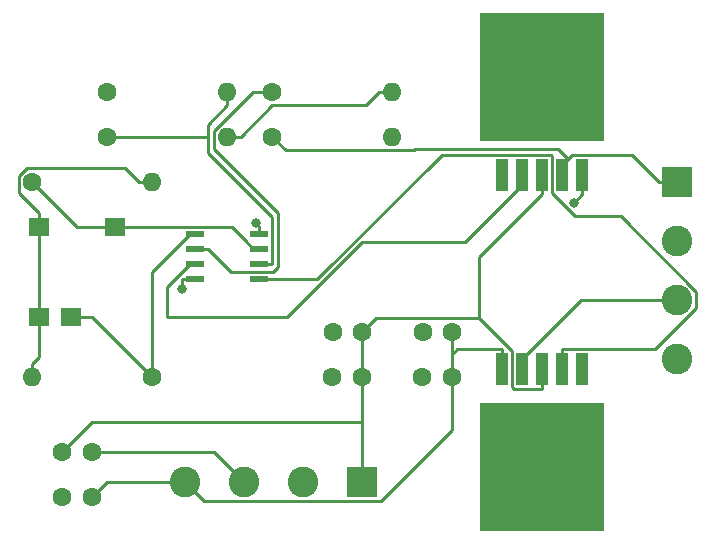
<source format=gbr>
G04 #@! TF.GenerationSoftware,KiCad,Pcbnew,(5.0.2)-1*
G04 #@! TF.CreationDate,2019-03-18T20:08:10-07:00*
G04 #@! TF.ProjectId,speaker,73706561-6b65-4722-9e6b-696361645f70,rev?*
G04 #@! TF.SameCoordinates,Original*
G04 #@! TF.FileFunction,Copper,L1,Top*
G04 #@! TF.FilePolarity,Positive*
%FSLAX46Y46*%
G04 Gerber Fmt 4.6, Leading zero omitted, Abs format (unit mm)*
G04 Created by KiCad (PCBNEW (5.0.2)-1) date 3/18/2019 8:08:10 PM*
%MOMM*%
%LPD*%
G01*
G04 APERTURE LIST*
G04 #@! TA.AperFunction,ComponentPad*
%ADD10C,2.600000*%
G04 #@! TD*
G04 #@! TA.AperFunction,ComponentPad*
%ADD11R,2.600000X2.600000*%
G04 #@! TD*
G04 #@! TA.AperFunction,ComponentPad*
%ADD12C,1.600000*%
G04 #@! TD*
G04 #@! TA.AperFunction,SMDPad,CuDef*
%ADD13R,1.800000X1.650000*%
G04 #@! TD*
G04 #@! TA.AperFunction,ComponentPad*
%ADD14O,1.600000X1.600000*%
G04 #@! TD*
G04 #@! TA.AperFunction,SMDPad,CuDef*
%ADD15R,1.549400X0.609600*%
G04 #@! TD*
G04 #@! TA.AperFunction,SMDPad,CuDef*
%ADD16R,10.464800X10.871200*%
G04 #@! TD*
G04 #@! TA.AperFunction,SMDPad,CuDef*
%ADD17R,1.016000X2.692400*%
G04 #@! TD*
G04 #@! TA.AperFunction,ViaPad*
%ADD18C,0.800000*%
G04 #@! TD*
G04 #@! TA.AperFunction,Conductor*
%ADD19C,0.250000*%
G04 #@! TD*
G04 APERTURE END LIST*
D10*
G04 #@! TO.P,AudioOut1,4*
G04 #@! TO.N,GND*
X205740000Y-105170000D03*
G04 #@! TO.P,AudioOut1,3*
G04 #@! TO.N,Net-(AudioOut1-Pad3)*
X205740000Y-100170000D03*
G04 #@! TO.P,AudioOut1,2*
G04 #@! TO.N,GND*
X205740000Y-95170000D03*
D11*
G04 #@! TO.P,AudioOut1,1*
G04 #@! TO.N,Net-(AudioOut1-Pad1)*
X205740000Y-90170000D03*
G04 #@! TD*
D12*
G04 #@! TO.P,C1,2*
G04 #@! TO.N,GND*
X176570000Y-102870000D03*
G04 #@! TO.P,C1,1*
G04 #@! TO.N,/-9v*
X179070000Y-102870000D03*
G04 #@! TD*
G04 #@! TO.P,C2,1*
G04 #@! TO.N,GND*
X176530000Y-106680000D03*
G04 #@! TO.P,C2,2*
G04 #@! TO.N,/-9v*
X179030000Y-106680000D03*
G04 #@! TD*
G04 #@! TO.P,C3,1*
G04 #@! TO.N,/10v*
X186690000Y-102870000D03*
G04 #@! TO.P,C3,2*
G04 #@! TO.N,GND*
X184190000Y-102870000D03*
G04 #@! TD*
G04 #@! TO.P,C4,2*
G04 #@! TO.N,/10v*
X186650000Y-106680000D03*
G04 #@! TO.P,C4,1*
G04 #@! TO.N,GND*
X184150000Y-106680000D03*
G04 #@! TD*
D13*
G04 #@! TO.P,J1,4*
G04 #@! TO.N,GND*
X151690000Y-93965000D03*
G04 #@! TO.P,J1,2*
G04 #@! TO.N,/Raudio*
X158140000Y-93965000D03*
G04 #@! TO.P,J1,1*
G04 #@! TO.N,GND*
X151690000Y-101615000D03*
G04 #@! TO.P,J1,3*
G04 #@! TO.N,/LAudio*
X154440000Y-101615000D03*
G04 #@! TD*
D11*
G04 #@! TO.P,PowerIn1,1*
G04 #@! TO.N,/-9v*
X179070000Y-115570000D03*
D10*
G04 #@! TO.P,PowerIn1,2*
G04 #@! TO.N,GND*
X174070000Y-115570000D03*
G04 #@! TO.P,PowerIn1,3*
X169070000Y-115570000D03*
G04 #@! TO.P,PowerIn1,4*
G04 #@! TO.N,/10v*
X164070000Y-115570000D03*
G04 #@! TD*
D14*
G04 #@! TO.P,R1,2*
G04 #@! TO.N,GND*
X167640000Y-86360000D03*
D12*
G04 #@! TO.P,R1,1*
G04 #@! TO.N,Net-(R1-Pad1)*
X157480000Y-86360000D03*
G04 #@! TD*
G04 #@! TO.P,R2,1*
G04 #@! TO.N,Net-(AudioOut1-Pad3)*
X157480000Y-82550000D03*
D14*
G04 #@! TO.P,R2,2*
G04 #@! TO.N,Net-(R1-Pad1)*
X167640000Y-82550000D03*
G04 #@! TD*
D12*
G04 #@! TO.P,R3,1*
G04 #@! TO.N,Net-(R3-Pad1)*
X171450000Y-82550000D03*
D14*
G04 #@! TO.P,R3,2*
G04 #@! TO.N,GND*
X181610000Y-82550000D03*
G04 #@! TD*
G04 #@! TO.P,R4,2*
G04 #@! TO.N,Net-(R3-Pad1)*
X181610000Y-86360000D03*
D12*
G04 #@! TO.P,R4,1*
G04 #@! TO.N,Net-(AudioOut1-Pad1)*
X171450000Y-86360000D03*
G04 #@! TD*
D15*
G04 #@! TO.P,U1,1*
G04 #@! TO.N,Net-(U1-Pad1)*
X170340000Y-98425000D03*
G04 #@! TO.P,U1,2*
G04 #@! TO.N,Net-(R1-Pad1)*
X170340000Y-97155000D03*
G04 #@! TO.P,U1,3*
G04 #@! TO.N,/Raudio*
X170340000Y-95885000D03*
G04 #@! TO.P,U1,4*
G04 #@! TO.N,/-9v*
X170340000Y-94615000D03*
G04 #@! TO.P,U1,5*
G04 #@! TO.N,/LAudio*
X164940000Y-94615000D03*
G04 #@! TO.P,U1,6*
G04 #@! TO.N,Net-(R3-Pad1)*
X164940000Y-95885000D03*
G04 #@! TO.P,U1,7*
G04 #@! TO.N,Net-(U1-Pad7)*
X164940000Y-97155000D03*
G04 #@! TO.P,U1,8*
G04 #@! TO.N,/10v*
X164940000Y-98425000D03*
G04 #@! TD*
D16*
G04 #@! TO.P,U2,6*
G04 #@! TO.N,Net-(U2-Pad6)*
X194310000Y-114300000D03*
D17*
G04 #@! TO.P,U2,5*
G04 #@! TO.N,/10v*
X190906400Y-106019600D03*
G04 #@! TO.P,U2,4*
G04 #@! TO.N,Net-(AudioOut1-Pad3)*
X192608200Y-106019600D03*
G04 #@! TO.P,U2,3*
G04 #@! TO.N,/-9v*
X194310000Y-106019600D03*
G04 #@! TO.P,U2,2*
G04 #@! TO.N,Net-(U1-Pad1)*
X196011800Y-106019600D03*
G04 #@! TO.P,U2,1*
G04 #@! TO.N,Net-(U2-Pad1)*
X197713600Y-106019600D03*
G04 #@! TD*
G04 #@! TO.P,U3,1*
G04 #@! TO.N,Net-(U3-Pad1)*
X190906400Y-89560400D03*
G04 #@! TO.P,U3,2*
G04 #@! TO.N,Net-(U1-Pad7)*
X192608200Y-89560400D03*
G04 #@! TO.P,U3,3*
G04 #@! TO.N,/-9v*
X194310000Y-89560400D03*
G04 #@! TO.P,U3,4*
G04 #@! TO.N,Net-(AudioOut1-Pad1)*
X196011800Y-89560400D03*
G04 #@! TO.P,U3,5*
G04 #@! TO.N,/10v*
X197713600Y-89560400D03*
D16*
G04 #@! TO.P,U3,6*
G04 #@! TO.N,Net-(U3-Pad6)*
X194310000Y-81280000D03*
G04 #@! TD*
D12*
G04 #@! TO.P,C5,1*
G04 #@! TO.N,/-9v*
X153670000Y-113030000D03*
G04 #@! TO.P,C5,2*
G04 #@! TO.N,GND*
X156170000Y-113030000D03*
G04 #@! TD*
G04 #@! TO.P,C6,2*
G04 #@! TO.N,/10v*
X156170000Y-116840000D03*
G04 #@! TO.P,C6,1*
G04 #@! TO.N,GND*
X153670000Y-116840000D03*
G04 #@! TD*
D14*
G04 #@! TO.P,R5,2*
G04 #@! TO.N,GND*
X151130000Y-106680000D03*
D12*
G04 #@! TO.P,R5,1*
G04 #@! TO.N,/LAudio*
X161290000Y-106680000D03*
G04 #@! TD*
G04 #@! TO.P,R6,1*
G04 #@! TO.N,/Raudio*
X151130000Y-90170000D03*
D14*
G04 #@! TO.P,R6,2*
G04 #@! TO.N,GND*
X161290000Y-90170000D03*
G04 #@! TD*
D18*
G04 #@! TO.N,/-9v*
X170096500Y-93693600D03*
G04 #@! TO.N,/10v*
X196990400Y-91954800D03*
X163840000Y-99280100D03*
G04 #@! TD*
D19*
G04 #@! TO.N,GND*
X156170000Y-113030000D02*
X166530000Y-113030000D01*
X166530000Y-113030000D02*
X169070000Y-115570000D01*
X181610000Y-82550000D02*
X180484700Y-82550000D01*
X167640000Y-86360000D02*
X168765300Y-86360000D01*
X168765300Y-86360000D02*
X171450000Y-83675300D01*
X171450000Y-83675300D02*
X179359400Y-83675300D01*
X179359400Y-83675300D02*
X180484700Y-82550000D01*
X151690000Y-93965000D02*
X151690000Y-92814700D01*
X161290000Y-90170000D02*
X160164700Y-90170000D01*
X160164700Y-90170000D02*
X159003600Y-89008900D01*
X159003600Y-89008900D02*
X150671100Y-89008900D01*
X150671100Y-89008900D02*
X149969600Y-89710400D01*
X149969600Y-89710400D02*
X149969600Y-91094300D01*
X149969600Y-91094300D02*
X151690000Y-92814700D01*
X151690000Y-93965000D02*
X151690000Y-101615000D01*
X151130000Y-106680000D02*
X151130000Y-105554700D01*
X151690000Y-101615000D02*
X151690000Y-104994700D01*
X151690000Y-104994700D02*
X151130000Y-105554700D01*
G04 #@! TO.N,Net-(AudioOut1-Pad3)*
X205740000Y-100170000D02*
X197620000Y-100170000D01*
X197620000Y-100170000D02*
X192608000Y-105181000D01*
X192608000Y-105181000D02*
X192608000Y-105600500D01*
X192608000Y-105600500D02*
X192608200Y-105600700D01*
X192608200Y-105600700D02*
X192608200Y-106019600D01*
X192608000Y-105600500D02*
X192608000Y-106020000D01*
G04 #@! TO.N,Net-(AudioOut1-Pad1)*
X196474500Y-88259700D02*
X195637900Y-87423100D01*
X195637900Y-87423100D02*
X183507900Y-87423100D01*
X183507900Y-87423100D02*
X183432100Y-87498900D01*
X183432100Y-87498900D02*
X172588900Y-87498900D01*
X172588900Y-87498900D02*
X171450000Y-86360000D01*
X196474500Y-88259700D02*
X196012000Y-88722200D01*
X196012000Y-88722200D02*
X196012000Y-89141300D01*
X205740000Y-90170000D02*
X204190000Y-90170000D01*
X204190000Y-90170000D02*
X201909000Y-87889200D01*
X201909000Y-87889200D02*
X196845000Y-87889200D01*
X196845000Y-87889200D02*
X196474500Y-88259700D01*
X196012000Y-89141300D02*
X196011800Y-89141500D01*
X196011800Y-89141500D02*
X196011800Y-89560400D01*
X196012000Y-89141300D02*
X196012000Y-89560400D01*
G04 #@! TO.N,/-9v*
X188985300Y-101733000D02*
X191774800Y-104522500D01*
X191774800Y-104522500D02*
X191774800Y-107511000D01*
X191774800Y-107511000D02*
X191954900Y-107691100D01*
X191954900Y-107691100D02*
X194310000Y-107691100D01*
X179070000Y-102870000D02*
X180207000Y-101733000D01*
X180207000Y-101733000D02*
X188985300Y-101733000D01*
X188985300Y-101733000D02*
X188985300Y-96556600D01*
X188985300Y-96556600D02*
X194310000Y-91231900D01*
X194310000Y-106019600D02*
X194310000Y-107691100D01*
X194310000Y-89560400D02*
X194310000Y-91231900D01*
X179030000Y-106680000D02*
X179030000Y-102910000D01*
X179030000Y-102910000D02*
X179070000Y-102870000D01*
X170340000Y-94615000D02*
X170340000Y-93937100D01*
X170340000Y-93937100D02*
X170096500Y-93693600D01*
X179070000Y-115570000D02*
X179070000Y-110490000D01*
X179070000Y-110490000D02*
X179070000Y-106720000D01*
X179070000Y-106720000D02*
X179030000Y-106680000D01*
X179070000Y-110490000D02*
X156210000Y-110490000D01*
X156210000Y-110490000D02*
X153670000Y-113030000D01*
G04 #@! TO.N,/10v*
X197713600Y-89560400D02*
X197713600Y-91231900D01*
X196990400Y-91954800D02*
X197713300Y-91231900D01*
X197713300Y-91231900D02*
X197713600Y-91231900D01*
X186650000Y-104795000D02*
X187096900Y-104348100D01*
X187096900Y-104348100D02*
X190906400Y-104348100D01*
X163840000Y-99280100D02*
X163840000Y-98425000D01*
X164940000Y-98425000D02*
X163840000Y-98425000D01*
X190906400Y-106019600D02*
X190906400Y-104348100D01*
X186650000Y-104795000D02*
X186650000Y-102910000D01*
X186650000Y-102910000D02*
X186690000Y-102870000D01*
X186650000Y-106680000D02*
X186650000Y-104795000D01*
X186650000Y-106680000D02*
X186650000Y-111175000D01*
X186650000Y-111175000D02*
X180630000Y-117195000D01*
X180630000Y-117195000D02*
X165695000Y-117195000D01*
X165695000Y-117195000D02*
X164070000Y-115570000D01*
X164070000Y-115570000D02*
X157440000Y-115570000D01*
X157440000Y-115570000D02*
X156170000Y-116840000D01*
G04 #@! TO.N,/Raudio*
X158140000Y-93965000D02*
X154925000Y-93965000D01*
X154925000Y-93965000D02*
X151130000Y-90170000D01*
X158140000Y-93965000D02*
X168025000Y-93965000D01*
X168025000Y-93965000D02*
X169315000Y-95254800D01*
X169315000Y-95254800D02*
X169315000Y-95330200D01*
X169315000Y-95330200D02*
X169870000Y-95885000D01*
X169870000Y-95885000D02*
X170340000Y-95885000D01*
G04 #@! TO.N,/LAudio*
X161290000Y-106680000D02*
X161290000Y-97795100D01*
X161290000Y-97795100D02*
X164470000Y-94615000D01*
X164470000Y-94615000D02*
X164940000Y-94615000D01*
X154440000Y-101615000D02*
X156225000Y-101615000D01*
X156225000Y-101615000D02*
X161290000Y-106680000D01*
G04 #@! TO.N,Net-(R1-Pad1)*
X165996000Y-86360000D02*
X165996000Y-85319300D01*
X165996000Y-85319300D02*
X167640000Y-83675300D01*
X171440000Y-97155000D02*
X171440000Y-93150800D01*
X171440000Y-93150800D02*
X165996000Y-87706800D01*
X165996000Y-87706800D02*
X165996000Y-86360000D01*
X165996000Y-86360000D02*
X157480000Y-86360000D01*
X167640000Y-82550000D02*
X167640000Y-83675300D01*
X170340000Y-97155000D02*
X171440000Y-97155000D01*
G04 #@! TO.N,Net-(R3-Pad1)*
X164940000Y-95885000D02*
X166040000Y-95885000D01*
X166040000Y-95885000D02*
X167940200Y-97785200D01*
X167940200Y-97785200D02*
X171503400Y-97785200D01*
X171503400Y-97785200D02*
X171900300Y-97388300D01*
X171900300Y-97388300D02*
X171900300Y-92818300D01*
X171900300Y-92818300D02*
X166498500Y-87416500D01*
X166498500Y-87416500D02*
X166498500Y-85833100D01*
X166498500Y-85833100D02*
X169781600Y-82550000D01*
X169781600Y-82550000D02*
X171450000Y-82550000D01*
G04 #@! TO.N,Net-(U1-Pad1)*
X170340000Y-98425000D02*
X175258100Y-98425000D01*
X175258100Y-98425000D02*
X185794300Y-87888800D01*
X185794300Y-87888800D02*
X195044200Y-87888800D01*
X195044200Y-87888800D02*
X195143400Y-87988000D01*
X195143400Y-87988000D02*
X195143400Y-91133500D01*
X195143400Y-91133500D02*
X197091100Y-93081200D01*
X197091100Y-93081200D02*
X200952200Y-93081200D01*
X200952200Y-93081200D02*
X207365400Y-99494400D01*
X207365400Y-99494400D02*
X207365400Y-100845800D01*
X207365400Y-100845800D02*
X203863100Y-104348100D01*
X203863100Y-104348100D02*
X196011800Y-104348100D01*
X196011800Y-106019600D02*
X196011800Y-104348100D01*
G04 #@! TO.N,Net-(U1-Pad7)*
X192608000Y-89979500D02*
X192608200Y-89979300D01*
X192608200Y-89979300D02*
X192608200Y-89560400D01*
X192608000Y-89979500D02*
X192608000Y-89560400D01*
X164940000Y-97155000D02*
X164470000Y-97155000D01*
X164470000Y-97155000D02*
X162560000Y-99065100D01*
X162560000Y-99065100D02*
X162560000Y-101600000D01*
X162560000Y-101600000D02*
X172720000Y-101600000D01*
X172720000Y-101600000D02*
X179070000Y-95250000D01*
X179070000Y-95250000D02*
X187757000Y-95250000D01*
X187757000Y-95250000D02*
X192608000Y-90398600D01*
X192608000Y-90398600D02*
X192608000Y-89979500D01*
G04 #@! TD*
M02*

</source>
